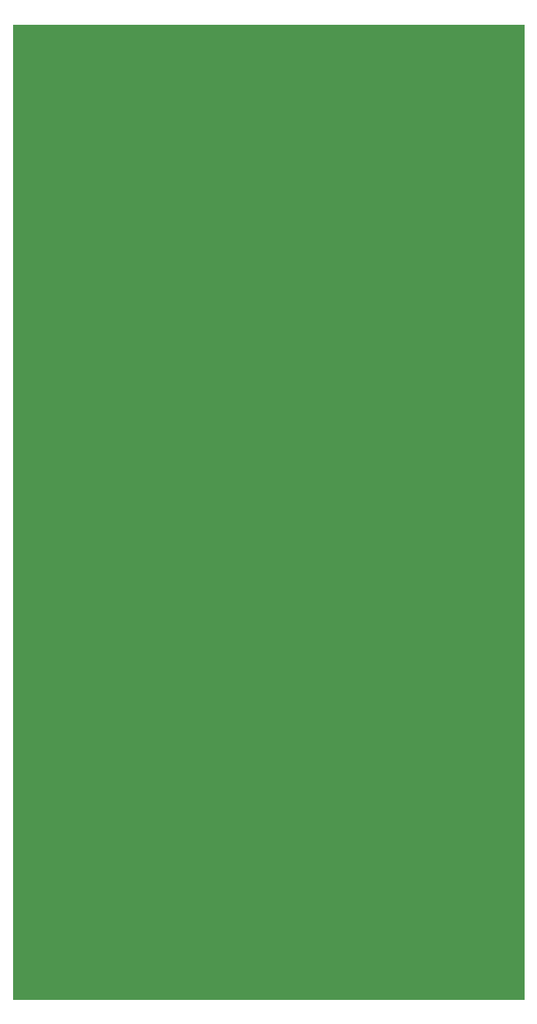
<source format=gbr>
G04 #@! TF.GenerationSoftware,KiCad,Pcbnew,(5.1.7)-1*
G04 #@! TF.CreationDate,2020-11-09T16:31:24+01:00*
G04 #@! TF.ProjectId,Touch-Flaeche,546f7563-682d-4466-9c61-656368652e6b,0.1*
G04 #@! TF.SameCoordinates,Original*
G04 #@! TF.FileFunction,Legend,Bot*
G04 #@! TF.FilePolarity,Positive*
%FSLAX46Y46*%
G04 Gerber Fmt 4.6, Leading zero omitted, Abs format (unit mm)*
G04 Created by KiCad (PCBNEW (5.1.7)-1) date 2020-11-09 16:31:24*
%MOMM*%
%LPD*%
G01*
G04 APERTURE LIST*
%ADD10C,0.100000*%
G04 APERTURE END LIST*
D10*
G36*
X153400000Y-150800000D02*
G01*
X90600000Y-150800000D01*
X90600000Y-31000000D01*
X153400000Y-31000000D01*
X153400000Y-150800000D01*
G37*
X153400000Y-150800000D02*
X90600000Y-150800000D01*
X90600000Y-31000000D01*
X153400000Y-31000000D01*
X153400000Y-150800000D01*
M02*

</source>
